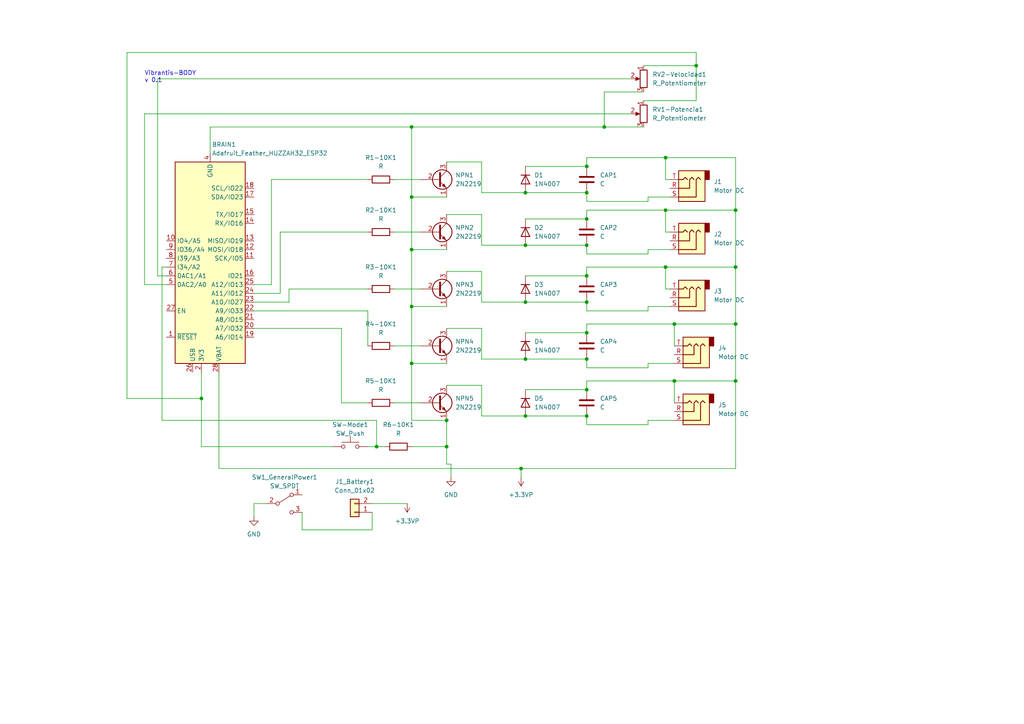
<source format=kicad_sch>
(kicad_sch (version 20211123) (generator eeschema)
  (paper "A4")
  (title_block (title "Vibrantis_BODY V. 0.1") (date "2022-05-12") (rev "0.1"))
  (lib_symbols
    (symbol "Connector:AudioJack3"
      (property "Reference" "J" (at 0 8.89 0))
      (property "Value" "AudioJack3" (at 0 6.35 0))
      (symbol "AudioJack3_0_1"
        (rectangle (start -5.08 -5.08) (end -6.35 -2.54) (stroke (width 0.254)) (fill (type outline)))
        (polyline (pts (xy 0 -2.54) (xy 0.635 -3.175) (xy 1.27 -2.54) (xy 2.54 -2.54)) (stroke (width 0.254)))
        (polyline (pts (xy -1.905 -2.54) (xy -1.27 -3.175) (xy -0.635 -2.54) (xy -0.635 0) (xy 2.54 0)) (stroke (width 0.254)))
        (polyline (pts (xy 2.54 2.54) (xy -2.54 2.54) (xy -2.54 -2.54) (xy -3.175 -3.175) (xy -3.81 -2.54)) (stroke (width 0.254)))
        (rectangle (start 2.54 3.81) (end -5.08 -5.08) (stroke (width 0.254)) (fill (type background)))
      )
      (symbol "AudioJack3_1_1"
        (pin passive line (at 5.08 0 180) (length 2.54) (name "~") (number "R"))
        (pin passive line (at 5.08 2.54 180) (length 2.54) (name "~") (number "S"))
        (pin passive line (at 5.08 -2.54 180) (length 2.54) (name "~") (number "T"))
      )
    )
    (symbol "Connector_Generic:Conn_01x02" (pin_names (offset 1.016) hide)
      (property "Reference" "J" (at 0 2.54 0))
      (property "Value" "Conn_01x02" (at 0 -5.08 0))
      (symbol "Conn_01x02_1_1"
        (rectangle (start -1.27 -2.413) (end 0 -2.667) (stroke (width 0.1524)))
        (rectangle (start -1.27 0.127) (end 0 -0.127) (stroke (width 0.1524)))
        (rectangle (start -1.27 1.27) (end 1.27 -3.81) (stroke (width 0.254)) (fill (type background)))
        (pin passive line (at -5.08 0 0) (length 3.81) (name "Pin_1") (number "1"))
        (pin passive line (at -5.08 -2.54 0) (length 3.81) (name "Pin_2") (number "2"))
      )
    )
    (symbol "Device:C" (pin_numbers hide) (pin_names (offset 0.254))
      (property "Reference" "C" (at 0.635 2.54 0))
      (property "Value" "C" (at 0.635 -2.54 0))
      (symbol "C_0_1"
        (polyline (pts (xy -2.032 -0.762) (xy 2.032 -0.762)) (stroke (width 0.508)))
        (polyline (pts (xy -2.032 0.762) (xy 2.032 0.762)) (stroke (width 0.508)))
      )
      (symbol "C_1_1"
        (pin passive line (at 0 3.81 270) (length 2.794) (name "~") (number "1"))
        (pin passive line (at 0 -3.81 90) (length 2.794) (name "~") (number "2"))
      )
    )
    (symbol "Device:R" (pin_numbers hide) (pin_names (offset 0))
      (property "Reference" "R" (at 2.032 0 90))
      (property "Value" "R" (at 0 0 90))
      (symbol "R_0_1"
        (rectangle (start -1.016 -2.54) (end 1.016 2.54) (stroke (width 0.254)))
      )
      (symbol "R_1_1"
        (pin passive line (at 0 3.81 270) (length 1.27) (name "~") (number "1"))
        (pin passive line (at 0 -3.81 90) (length 1.27) (name "~") (number "2"))
      )
    )
    (symbol "Device:R_Potentiometer" (pin_names (offset 1.016) hide)
      (property "Reference" "RV" (at -4.445 0 90))
      (property "Value" "R_Potentiometer" (at -2.54 0 90))
      (symbol "R_Potentiometer_0_1"
        (polyline (pts (xy 2.54 0) (xy 1.524 0)))
        (polyline (pts (xy 1.143 0) (xy 2.286 0.508) (xy 2.286 -0.508) (xy 1.143 0)) (fill (type outline)))
        (rectangle (start 1.016 2.54) (end -1.016 -2.54) (stroke (width 0.254)))
      )
      (symbol "R_Potentiometer_1_1"
        (pin passive line (at 0 3.81 270) (length 1.27) (name "1") (number "1"))
        (pin passive line (at 3.81 0 180) (length 1.27) (name "2") (number "2"))
        (pin passive line (at 0 -3.81 90) (length 1.27) (name "3") (number "3"))
      )
    )
    (symbol "Diode:1N4007" (pin_numbers hide) (pin_names (offset 1.016) hide)
      (property "Reference" "D" (at 0 2.54 0))
      (property "Value" "1N4007" (at 0 -2.54 0))
      (symbol "1N4007_0_1"
        (polyline (pts (xy -1.27 1.27) (xy -1.27 -1.27)) (stroke (width 0.254)))
        (polyline (pts (xy 1.27 0) (xy -1.27 0)))
        (polyline (pts (xy 1.27 1.27) (xy 1.27 -1.27) (xy -1.27 0) (xy 1.27 1.27)) (stroke (width 0.254)))
      )
      (symbol "1N4007_1_1"
        (pin passive line (at -3.81 0 0) (length 2.54) (name "K") (number "1"))
        (pin passive line (at 3.81 0 180) (length 2.54) (name "A") (number "2"))
      )
    )
    (symbol "MCU_Module:Adafruit_Feather_HUZZAH32_ESP32"
      (property "Reference" "A" (at -10.16 29.21 0))
      (property "Value" "Adafruit_Feather_HUZZAH32_ESP32" (at 2.54 -31.75 0))
      (symbol "Adafruit_Feather_HUZZAH32_ESP32_0_1"
        (rectangle (start -10.16 27.94) (end 10.16 -30.48) (stroke (width 0.254)) (fill (type background)))
      )
      (symbol "Adafruit_Feather_HUZZAH32_ESP32_1_1"
        (pin input line (at 12.7 20.32 180) (length 2.54) (name "~{RESET}") (number "1"))
        (pin bidirectional line (at 12.7 -7.62 180) (length 2.54) (name "IO4/A5") (number "10"))
        (pin bidirectional line (at -12.7 -2.54 0) (length 2.54) (name "SCK/IO5") (number "11"))
        (pin bidirectional line (at -12.7 -5.08 0) (length 2.54) (name "MOSI/IO18") (number "12"))
        (pin bidirectional line (at -12.7 -7.62 0) (length 2.54) (name "MISO/IO19") (number "13"))
        (pin bidirectional line (at -12.7 -12.7 0) (length 2.54) (name "RX/IO16") (number "14"))
        (pin bidirectional line (at -12.7 -15.24 0) (length 2.54) (name "TX/IO17") (number "15"))
        (pin bidirectional line (at -12.7 2.54 0) (length 2.54) (name "IO21") (number "16"))
        (pin bidirectional line (at -12.7 -20.32 0) (length 2.54) (name "SDA/IO23") (number "17"))
        (pin bidirectional line (at -12.7 -22.86 0) (length 2.54) (name "SCL/IO22") (number "18"))
        (pin bidirectional line (at -12.7 20.32 0) (length 2.54) (name "A6/IO14") (number "19"))
        (pin power_in line (at 2.54 30.48 270) (length 2.54) (name "3V3") (number "2"))
        (pin bidirectional line (at -12.7 17.78 0) (length 2.54) (name "A7/IO32") (number "20"))
        (pin bidirectional line (at -12.7 15.24 0) (length 2.54) (name "A8/IO15") (number "21"))
        (pin bidirectional line (at -12.7 12.7 0) (length 2.54) (name "A9/IO33") (number "22"))
        (pin bidirectional line (at -12.7 10.16 0) (length 2.54) (name "A10/IO27") (number "23"))
        (pin bidirectional line (at -12.7 7.62 0) (length 2.54) (name "A11/IO12") (number "24"))
        (pin bidirectional line (at -12.7 5.08 0) (length 2.54) (name "A12/IO13") (number "25"))
        (pin power_in line (at 5.08 30.48 270) (length 2.54) (name "USB") (number "26"))
        (pin input line (at 12.7 12.7 180) (length 2.54) (name "EN") (number "27"))
        (pin power_in line (at -2.54 30.48 270) (length 2.54) (name "VBAT") (number "28"))
        (pin no_connect line (at 10.16 10.16 180) (length 2.54) hide (name "NC") (number "3"))
        (pin power_in line (at 0 -33.02 90) (length 2.54) (name "GND") (number "4"))
        (pin bidirectional line (at 12.7 5.08 180) (length 2.54) (name "DAC2/A0") (number "5"))
        (pin bidirectional line (at 12.7 2.54 180) (length 2.54) (name "DAC1/A1") (number "6"))
        (pin bidirectional line (at 12.7 0 180) (length 2.54) (name "I34/A2") (number "7"))
        (pin bidirectional line (at 12.7 -2.54 180) (length 2.54) (name "I39/A3") (number "8"))
        (pin bidirectional line (at 12.7 -5.08 180) (length 2.54) (name "IO36/A4") (number "9"))
      )
    )
    (symbol "Switch:SW_Push" (pin_numbers hide) (pin_names (offset 1.016) hide)
      (property "Reference" "SW" (at 1.27 2.54 0))
      (property "Value" "SW_Push" (at 0 -1.524 0))
      (symbol "SW_Push_0_1"
        (circle (center -2.032 0) (radius 0.508))
        (polyline (pts (xy 0 1.27) (xy 0 3.048)))
        (polyline (pts (xy 2.54 1.27) (xy -2.54 1.27)))
        (circle (center 2.032 0) (radius 0.508))
        (pin passive line (at -5.08 0 0) (length 2.54) (name "1") (number "1"))
        (pin passive line (at 5.08 0 180) (length 2.54) (name "2") (number "2"))
      )
    )
    (symbol "Switch:SW_SPDT" (pin_names (offset 0) hide)
      (property "Reference" "SW" (at 0 4.318 0))
      (property "Value" "SW_SPDT" (at 0 -5.08 0))
      (symbol "SW_SPDT_0_0"
        (circle (center -2.032 0) (radius 0.508))
        (circle (center 2.032 -2.54) (radius 0.508))
      )
      (symbol "SW_SPDT_0_1"
        (polyline (pts (xy -1.524 0.254) (xy 1.651 2.286)))
        (circle (center 2.032 2.54) (radius 0.508))
      )
      (symbol "SW_SPDT_1_1"
        (pin passive line (at 5.08 2.54 180) (length 2.54) (name "A") (number "1"))
        (pin passive line (at -5.08 0 0) (length 2.54) (name "B") (number "2"))
        (pin passive line (at 5.08 -2.54 180) (length 2.54) (name "C") (number "3"))
      )
    )
    (symbol "Transistor_BJT:2N2219" (pin_names (offset 0) hide)
      (property "Reference" "Q" (at 5.08 1.905 0))
      (property "Value" "2N2219" (at 5.08 0 0))
      (symbol "2N2219_0_1"
        (polyline (pts (xy 0.635 0.635) (xy 2.54 2.54)))
        (polyline (pts (xy 0.635 -0.635) (xy 2.54 -2.54) (xy 2.54 -2.54)))
        (polyline (pts (xy 0.635 1.905) (xy 0.635 -1.905) (xy 0.635 -1.905)) (stroke (width 0.508)))
        (polyline (pts (xy 1.27 -1.778) (xy 1.778 -1.27) (xy 2.286 -2.286) (xy 1.27 -1.778) (xy 1.27 -1.778)) (fill (type outline)))
        (circle (center 1.27 0) (radius 2.8194) (stroke (width 0.254)))
      )
      (symbol "2N2219_1_1"
        (pin passive line (at 2.54 -5.08 90) (length 2.54) (name "E") (number "1"))
        (pin passive line (at -5.08 0 0) (length 5.715) (name "B") (number "2"))
        (pin passive line (at 2.54 5.08 270) (length 2.54) (name "C") (number "3"))
      )
    )
    (symbol "power:+3.3VP" (power) (pin_names (offset 0))
      (property "Value" "+3.3VP" (at 0 2.54 0))
      (symbol "+3.3VP_0_0"
        (pin power_in line (at 0 0 90) (length 0) hide (name "+3.3VP") (number "1"))
      )
      (symbol "+3.3VP_0_1"
        (polyline (pts (xy -0.762 1.27) (xy 0 2.54)))
        (polyline (pts (xy 0 0) (xy 0 2.54)))
        (polyline (pts (xy 0 2.54) (xy 0.762 1.27)))
      )
    )
    (symbol "power:GND" (power) (pin_names (offset 0))
      (property "Value" "GND" (at 0 -3.81 0))
      (symbol "GND_0_1"
        (polyline (pts (xy 0 0) (xy 0 -1.27) (xy 1.27 -1.27) (xy 0 -2.54) (xy -1.27 -1.27) (xy 0 -1.27)))
      )
      (symbol "GND_1_1"
        (pin power_in line (at 0 0 270) (length 0) hide (name "GND") (number "1"))
      )
    )
  )
  (junction (at 170.18 96.52))
  (junction (at 170.18 120.65))
  (junction (at 213.36 77.47))
  (junction (at 195.58 110.49))
  (junction (at 152.4 87.63))
  (junction (at 119.38 57.15))
  (junction (at 193.04 45.72))
  (junction (at 213.36 110.49))
  (junction (at 119.38 36.83))
  (junction (at 152.4 104.14))
  (junction (at 170.18 55.88))
  (junction (at 170.18 104.14))
  (junction (at 170.18 71.12))
  (junction (at 58.42 115.57))
  (junction (at 170.18 87.63))
  (junction (at 195.58 93.98))
  (junction (at 119.38 88.9))
  (junction (at 175.26 36.83))
  (junction (at 170.18 48.26))
  (junction (at 129.54 121.92))
  (junction (at 213.36 60.96))
  (junction (at 213.36 93.98))
  (junction (at 170.18 80.01))
  (junction (at 193.04 77.47))
  (junction (at 109.22 129.54))
  (junction (at 129.54 129.54))
  (junction (at 152.4 71.12))
  (junction (at 170.18 113.03))
  (junction (at 152.4 55.88))
  (junction (at 193.04 60.96))
  (junction (at 151.13 135.89))
  (junction (at 170.18 63.5))
  (junction (at 119.38 105.41))
  (junction (at 152.4 120.65))
  (junction (at 201.93 19.05))
  (junction (at 119.38 72.39))
  (wire (pts (xy 63.5 107.95) (xy 63.5 135.89)))
  (wire (pts (xy 119.38 36.83) (xy 60.96 36.83)))
  (wire (pts (xy 129.54 88.9) (xy 119.38 88.9)))
  (wire (pts (xy 139.7 55.88) (xy 152.4 55.88)))
  (wire (pts (xy 187.96 90.17) (xy 170.18 90.17)))
  (wire (pts (xy 170.18 123.19) (xy 170.18 120.65)))
  (wire (pts (xy 73.66 146.05) (xy 73.66 149.86)))
  (wire (pts (xy 36.83 15.24) (xy 201.93 15.24)))
  (wire (pts (xy 87.63 148.59) (xy 87.63 153.67)))
  (wire (pts (xy 114.3 100.33) (xy 121.92 100.33)))
  (wire (pts (xy 194.31 72.39) (xy 187.96 72.39)))
  (wire (pts (xy 81.28 85.09) (xy 73.66 85.09)))
  (wire (pts (xy 139.7 111.76) (xy 139.7 120.65)))
  (wire (pts (xy 36.83 15.24) (xy 36.83 115.57)))
  (wire (pts (xy 175.26 36.83) (xy 119.38 36.83)))
  (wire (pts (xy 139.7 104.14) (xy 152.4 104.14)))
  (wire (pts (xy 139.7 78.74) (xy 139.7 87.63)))
  (wire (pts (xy 129.54 121.92) (xy 119.38 121.92)))
  (wire (pts (xy 193.04 83.82) (xy 193.04 77.47)))
  (wire (pts (xy 193.04 77.47) (xy 213.36 77.47)))
  (wire (pts (xy 130.81 138.43) (xy 130.81 134.62)))
  (wire (pts (xy 114.3 116.84) (xy 121.92 116.84)))
  (wire (pts (xy 170.18 77.47) (xy 193.04 77.47)))
  (wire (pts (xy 187.96 73.66) (xy 170.18 73.66)))
  (wire (pts (xy 109.22 129.54) (xy 111.76 129.54)))
  (wire (pts (xy 129.54 46.99) (xy 139.7 46.99)))
  (wire (pts (xy 213.36 60.96) (xy 193.04 60.96)))
  (wire (pts (xy 194.31 57.15) (xy 187.96 57.15)))
  (wire (pts (xy 83.82 83.82) (xy 83.82 87.63)))
  (wire (pts (xy 170.18 58.42) (xy 170.18 55.88)))
  (wire (pts (xy 45.72 80.01) (xy 48.26 80.01)))
  (wire (pts (xy 194.31 88.9) (xy 187.96 88.9)))
  (wire (pts (xy 187.96 121.92) (xy 187.96 123.19)))
  (wire (pts (xy 194.31 52.07) (xy 193.04 52.07)))
  (wire (pts (xy 99.06 116.84) (xy 99.06 95.25)))
  (wire (pts (xy 170.18 45.72) (xy 193.04 45.72)))
  (wire (pts (xy 107.95 153.67) (xy 107.95 148.59)))
  (wire (pts (xy 170.18 110.49) (xy 170.18 113.03)))
  (wire (pts (xy 170.18 73.66) (xy 170.18 71.12)))
  (wire (pts (xy 78.74 52.07) (xy 78.74 82.55)))
  (wire (pts (xy 58.42 129.54) (xy 58.42 115.57)))
  (wire (pts (xy 170.18 60.96) (xy 193.04 60.96)))
  (wire (pts (xy 186.69 36.83) (xy 175.26 36.83)))
  (wire (pts (xy 114.3 83.82) (xy 121.92 83.82)))
  (wire (pts (xy 114.3 52.07) (xy 121.92 52.07)))
  (wire (pts (xy 195.58 110.49) (xy 213.36 110.49)))
  (wire (pts (xy 129.54 134.62) (xy 129.54 129.54)))
  (wire (pts (xy 170.18 106.68) (xy 170.18 104.14)))
  (wire (pts (xy 41.91 82.55) (xy 48.26 82.55)))
  (wire (pts (xy 139.7 46.99) (xy 139.7 55.88)))
  (wire (pts (xy 58.42 107.95) (xy 58.42 115.57)))
  (wire (pts (xy 201.93 19.05) (xy 201.93 29.21)))
  (wire (pts (xy 114.3 67.31) (xy 121.92 67.31)))
  (wire (pts (xy 99.06 95.25) (xy 73.66 95.25)))
  (wire (pts (xy 46.99 77.47) (xy 46.99 121.92)))
  (wire (pts (xy 213.36 110.49) (xy 213.36 135.89)))
  (wire (pts (xy 170.18 90.17) (xy 170.18 87.63)))
  (wire (pts (xy 195.58 105.41) (xy 187.96 105.41)))
  (wire (pts (xy 83.82 87.63) (xy 73.66 87.63)))
  (wire (pts (xy 139.7 71.12) (xy 152.4 71.12)))
  (wire (pts (xy 106.68 100.33) (xy 106.68 90.17)))
  (wire (pts (xy 87.63 153.67) (xy 107.95 153.67)))
  (wire (pts (xy 60.96 36.83) (xy 60.96 44.45)))
  (wire (pts (xy 187.96 123.19) (xy 170.18 123.19)))
  (wire (pts (xy 213.36 77.47) (xy 213.36 93.98)))
  (wire (pts (xy 186.69 19.05) (xy 201.93 19.05)))
  (wire (pts (xy 201.93 15.24) (xy 201.93 19.05)))
  (wire (pts (xy 186.69 26.67) (xy 175.26 26.67)))
  (wire (pts (xy 170.18 77.47) (xy 170.18 80.01)))
  (wire (pts (xy 48.26 77.47) (xy 46.99 77.47)))
  (wire (pts (xy 152.4 87.63) (xy 170.18 87.63)))
  (wire (pts (xy 96.52 129.54) (xy 58.42 129.54)))
  (wire (pts (xy 170.18 93.98) (xy 170.18 96.52)))
  (wire (pts (xy 187.96 57.15) (xy 187.96 58.42)))
  (wire (pts (xy 195.58 121.92) (xy 187.96 121.92)))
  (wire (pts (xy 107.95 146.05) (xy 118.11 146.05)))
  (wire (pts (xy 106.68 83.82) (xy 83.82 83.82)))
  (wire (pts (xy 213.36 45.72) (xy 193.04 45.72)))
  (wire (pts (xy 152.4 55.88) (xy 170.18 55.88)))
  (wire (pts (xy 170.18 45.72) (xy 170.18 48.26)))
  (wire (pts (xy 129.54 62.23) (xy 139.7 62.23)))
  (wire (pts (xy 139.7 87.63) (xy 152.4 87.63)))
  (wire (pts (xy 106.68 116.84) (xy 99.06 116.84)))
  (wire (pts (xy 170.18 60.96) (xy 170.18 63.5)))
  (wire (pts (xy 129.54 72.39) (xy 119.38 72.39)))
  (wire (pts (xy 41.91 33.02) (xy 182.88 33.02)))
  (wire (pts (xy 119.38 105.41) (xy 119.38 121.92)))
  (wire (pts (xy 129.54 95.25) (xy 139.7 95.25)))
  (wire (pts (xy 129.54 111.76) (xy 139.7 111.76)))
  (wire (pts (xy 187.96 105.41) (xy 187.96 106.68)))
  (wire (pts (xy 175.26 26.67) (xy 175.26 36.83)))
  (wire (pts (xy 193.04 67.31) (xy 193.04 60.96)))
  (wire (pts (xy 119.38 72.39) (xy 119.38 57.15)))
  (wire (pts (xy 195.58 93.98) (xy 213.36 93.98)))
  (wire (pts (xy 187.96 106.68) (xy 170.18 106.68)))
  (wire (pts (xy 129.54 78.74) (xy 139.7 78.74)))
  (wire (pts (xy 152.4 48.26) (xy 170.18 48.26)))
  (wire (pts (xy 170.18 80.01) (xy 152.4 80.01)))
  (wire (pts (xy 195.58 93.98) (xy 195.58 100.33)))
  (wire (pts (xy 152.4 120.65) (xy 170.18 120.65)))
  (wire (pts (xy 119.38 88.9) (xy 119.38 105.41)))
  (wire (pts (xy 129.54 57.15) (xy 119.38 57.15)))
  (wire (pts (xy 139.7 120.65) (xy 152.4 120.65)))
  (wire (pts (xy 106.68 90.17) (xy 73.66 90.17)))
  (wire (pts (xy 170.18 93.98) (xy 195.58 93.98)))
  (wire (pts (xy 129.54 129.54) (xy 129.54 121.92)))
  (wire (pts (xy 63.5 135.89) (xy 151.13 135.89)))
  (wire (pts (xy 41.91 33.02) (xy 41.91 82.55)))
  (wire (pts (xy 213.36 60.96) (xy 213.36 77.47)))
  (wire (pts (xy 187.96 58.42) (xy 170.18 58.42)))
  (wire (pts (xy 78.74 82.55) (xy 73.66 82.55)))
  (wire (pts (xy 193.04 52.07) (xy 193.04 45.72)))
  (wire (pts (xy 194.31 67.31) (xy 193.04 67.31)))
  (wire (pts (xy 187.96 88.9) (xy 187.96 90.17)))
  (wire (pts (xy 139.7 62.23) (xy 139.7 71.12)))
  (wire (pts (xy 46.99 121.92) (xy 109.22 121.92)))
  (wire (pts (xy 151.13 135.89) (xy 151.13 138.43)))
  (wire (pts (xy 81.28 67.31) (xy 81.28 85.09)))
  (wire (pts (xy 182.88 22.86) (xy 45.72 22.86)))
  (wire (pts (xy 170.18 113.03) (xy 152.4 113.03)))
  (wire (pts (xy 170.18 110.49) (xy 195.58 110.49)))
  (wire (pts (xy 45.72 22.86) (xy 45.72 80.01)))
  (wire (pts (xy 187.96 72.39) (xy 187.96 73.66)))
  (wire (pts (xy 139.7 95.25) (xy 139.7 104.14)))
  (wire (pts (xy 129.54 134.62) (xy 130.81 134.62)))
  (wire (pts (xy 170.18 63.5) (xy 152.4 63.5)))
  (wire (pts (xy 129.54 105.41) (xy 119.38 105.41)))
  (wire (pts (xy 106.68 67.31) (xy 81.28 67.31)))
  (wire (pts (xy 186.69 29.21) (xy 201.93 29.21)))
  (wire (pts (xy 194.31 83.82) (xy 193.04 83.82)))
  (wire (pts (xy 58.42 115.57) (xy 36.83 115.57)))
  (wire (pts (xy 195.58 116.84) (xy 195.58 110.49)))
  (wire (pts (xy 109.22 121.92) (xy 109.22 129.54)))
  (wire (pts (xy 152.4 104.14) (xy 170.18 104.14)))
  (wire (pts (xy 77.47 146.05) (xy 73.66 146.05)))
  (wire (pts (xy 106.68 52.07) (xy 78.74 52.07)))
  (wire (pts (xy 213.36 45.72) (xy 213.36 60.96)))
  (wire (pts (xy 170.18 96.52) (xy 152.4 96.52)))
  (wire (pts (xy 106.68 129.54) (xy 109.22 129.54)))
  (wire (pts (xy 119.38 36.83) (xy 119.38 57.15)))
  (wire (pts (xy 213.36 93.98) (xy 213.36 110.49)))
  (wire (pts (xy 151.13 135.89) (xy 213.36 135.89)))
  (wire (pts (xy 119.38 72.39) (xy 119.38 88.9)))
  (wire (pts (xy 119.38 129.54) (xy 129.54 129.54)))
  (wire (pts (xy 152.4 71.12) (xy 170.18 71.12)))
  (text "Vibrantis-BODY\nv 0.1" (at 41.91 24.13 0) (effects (font (size 1.27 1.27)) (justify left bottom)))
  (symbol (lib_id "Transistor_BJT:2N2219") (at 127 83.82 0) (unit 1)
    (property "Reference" "NPN3" (at 132.08 82.5499 0) (effects (justify left)))
    (property "Value" "2N2219" (at 132.08 85.0899 0) (effects (justify left)))
    (property "Footprint" "Package_TO_SOT_THT:TO-18-3" (effects hide))
    (property "Datasheet" "http://www.onsemi.com/pub_link/Collateral/2N2219-D.PDF" (effects hide))
  )
  (symbol (lib_id "Diode:1N4007") (at 152.4 100.33 270) (unit 1)
    (property "Reference" "D4" (at 154.94 99.0599 90) (effects (justify left)))
    (property "Value" "1N4007" (at 154.94 101.5999 90) (effects (justify left)))
    (property "Footprint" "Diode_THT:D_DO-41_SOD81_P7.62mm_Horizontal" (effects hide))
    (property "Datasheet" "http://www.vishay.com/docs/88503/1n4001.pdf" (effects hide))
  )
  (symbol (lib_id "power:+3.3VP") (at 118.11 146.05 180) (unit 1)
    (property "Reference" "#PWR0103" (effects hide))
    (property "Value" "+3.3VP" (at 118.11 151.13 0))
  )
  (symbol (lib_id "Transistor_BJT:2N2219") (at 127 116.84 0) (unit 1)
    (property "Reference" "NPN5" (at 132.08 115.5699 0) (effects (justify left)))
    (property "Value" "2N2219" (at 132.08 118.1099 0) (effects (justify left)))
    (property "Footprint" "Package_TO_SOT_THT:TO-18-3" (effects hide))
    (property "Datasheet" "http://www.onsemi.com/pub_link/Collateral/2N2219-D.PDF" (effects hide))
  )
  (symbol (lib_id "Device:R") (at 110.49 83.82 90) (unit 1)
    (property "Reference" "R3-10K1" (at 110.49 77.47 90))
    (property "Value" "R" (at 110.49 80.01 90))
    (property "Footprint" "Resistor_THT:R_Axial_DIN0207_L6.3mm_D2.5mm_P7.62mm_Horizontal" (effects hide))
  )
  (symbol (lib_id "Connector:AudioJack3") (at 200.66 119.38 180) (unit 1)
    (property "Reference" "J5" (at 208.28 117.4749 0) (effects (justify right)))
    (property "Value" "Motor DC" (at 208.28 120.0149 0) (effects (justify right)))
    (property "Footprint" "Connector_Audio:Jack_3.5mm_Switronic_ST-005-G_horizontal" (effects hide))
  )
  (symbol (lib_id "power:GND") (at 73.66 149.86 0) (unit 1)
    (property "Reference" "#PWR0104" (effects hide))
    (property "Value" "GND" (at 73.66 154.94 0))
  )
  (symbol (lib_id "Device:C") (at 170.18 116.84 0) (unit 1)
    (property "Reference" "CAP5" (at 173.99 115.5699 0) (effects (justify left)))
    (property "Value" "C" (at 173.99 118.1099 0) (effects (justify left)))
    (property "Footprint" "Capacitor_THT:C_Axial_L5.1mm_D3.1mm_P7.50mm_Horizontal" (effects hide))
  )
  (symbol (lib_id "Device:R") (at 110.49 116.84 90) (unit 1)
    (property "Reference" "R5-10K1" (at 110.49 110.49 90))
    (property "Value" "R" (at 110.49 113.03 90))
    (property "Footprint" "Resistor_THT:R_Axial_DIN0207_L6.3mm_D2.5mm_P7.62mm_Horizontal" (effects hide))
  )
  (symbol (lib_id "Transistor_BJT:2N2219") (at 127 52.07 0) (unit 1)
    (property "Reference" "NPN1" (at 132.08 50.7999 0) (effects (justify left)))
    (property "Value" "2N2219" (at 132.08 53.3399 0) (effects (justify left)))
    (property "Footprint" "Package_TO_SOT_THT:TO-18-3" (effects hide))
    (property "Datasheet" "http://www.onsemi.com/pub_link/Collateral/2N2219-D.PDF" (effects hide))
  )
  (symbol (lib_id "Transistor_BJT:2N2219") (at 127 67.31 0) (unit 1)
    (property "Reference" "NPN2" (at 132.08 66.0399 0) (effects (justify left)))
    (property "Value" "2N2219" (at 132.08 68.5799 0) (effects (justify left)))
    (property "Footprint" "Package_TO_SOT_THT:TO-18-3" (effects hide))
    (property "Datasheet" "http://www.onsemi.com/pub_link/Collateral/2N2219-D.PDF" (effects hide))
  )
  (symbol (lib_id "Device:C") (at 170.18 67.31 0) (unit 1)
    (property "Reference" "CAP2" (at 173.99 66.0399 0) (effects (justify left)))
    (property "Value" "C" (at 173.99 68.5799 0) (effects (justify left)))
    (property "Footprint" "Capacitor_THT:C_Axial_L5.1mm_D3.1mm_P7.50mm_Horizontal" (effects hide))
  )
  (symbol (lib_id "Transistor_BJT:2N2219") (at 127 100.33 0) (unit 1)
    (property "Reference" "NPN4" (at 132.08 99.0599 0) (effects (justify left)))
    (property "Value" "2N2219" (at 132.08 101.5999 0) (effects (justify left)))
    (property "Footprint" "Package_TO_SOT_THT:TO-18-3" (effects hide))
    (property "Datasheet" "http://www.onsemi.com/pub_link/Collateral/2N2219-D.PDF" (effects hide))
  )
  (symbol (lib_id "Device:R") (at 110.49 67.31 90) (unit 1)
    (property "Reference" "R2-10K1" (at 110.49 60.96 90))
    (property "Value" "R" (at 110.49 63.5 90))
    (property "Footprint" "Resistor_THT:R_Axial_DIN0207_L6.3mm_D2.5mm_P7.62mm_Horizontal" (effects hide))
  )
  (symbol (lib_id "Device:C") (at 170.18 83.82 0) (unit 1)
    (property "Reference" "CAP3" (at 173.99 82.5499 0) (effects (justify left)))
    (property "Value" "C" (at 173.99 85.0899 0) (effects (justify left)))
    (property "Footprint" "Capacitor_THT:C_Axial_L5.1mm_D3.1mm_P7.50mm_Horizontal" (effects hide))
  )
  (symbol (lib_id "Device:R") (at 110.49 52.07 90) (unit 1)
    (property "Reference" "R1-10K1" (at 110.49 45.72 90))
    (property "Value" "R" (at 110.49 48.26 90))
    (property "Footprint" "Resistor_THT:R_Axial_DIN0207_L6.3mm_D2.5mm_P7.62mm_Horizontal" (effects hide))
  )
  (symbol (lib_id "Connector:AudioJack3") (at 199.39 54.61 180) (unit 1)
    (property "Reference" "J1" (at 207.01 52.7049 0) (effects (justify right)))
    (property "Value" "Motor DC" (at 207.01 55.2449 0) (effects (justify right)))
    (property "Footprint" "Connector_Audio:Jack_3.5mm_Switronic_ST-005-G_horizontal" (effects hide))
  )
  (symbol (lib_id "Diode:1N4007") (at 152.4 83.82 270) (unit 1)
    (property "Reference" "D3" (at 154.94 82.5499 90) (effects (justify left)))
    (property "Value" "1N4007" (at 154.94 85.0899 90) (effects (justify left)))
    (property "Footprint" "Diode_THT:D_DO-41_SOD81_P7.62mm_Horizontal" (effects hide))
    (property "Datasheet" "http://www.vishay.com/docs/88503/1n4001.pdf" (effects hide))
  )
  (symbol (lib_id "Device:R") (at 110.49 100.33 90) (unit 1)
    (property "Reference" "R4-10K1" (at 110.49 93.98 90))
    (property "Value" "R" (at 110.49 96.52 90))
    (property "Footprint" "Resistor_THT:R_Axial_DIN0207_L6.3mm_D2.5mm_P7.62mm_Horizontal" (effects hide))
  )
  (symbol (lib_id "power:+3.3VP") (at 151.13 138.43 180) (unit 1)
    (property "Reference" "#PWR0102" (effects hide))
    (property "Value" "+3.3VP" (at 151.13 143.51 0))
  )
  (symbol (lib_id "Device:R") (at 115.57 129.54 90) (unit 1)
    (property "Reference" "R6-10K1" (at 115.57 123.19 90))
    (property "Value" "R" (at 115.57 125.73 90))
    (property "Footprint" "Resistor_THT:R_Axial_DIN0207_L6.3mm_D2.5mm_P7.62mm_Horizontal" (effects hide))
  )
  (symbol (lib_id "Diode:1N4007") (at 152.4 52.07 270) (unit 1)
    (property "Reference" "D1" (at 154.94 50.7999 90) (effects (justify left)))
    (property "Value" "1N4007" (at 154.94 53.3399 90) (effects (justify left)))
    (property "Footprint" "Diode_THT:D_DO-41_SOD81_P7.62mm_Horizontal" (effects hide))
    (property "Datasheet" "http://www.vishay.com/docs/88503/1n4001.pdf" (effects hide))
  )
  (symbol (lib_id "Connector_Generic:Conn_01x02") (at 102.87 148.59 180) (unit 1)
    (property "Reference" "J1_Battery1" (at 102.87 139.7 0))
    (property "Value" "Conn_01x02" (at 102.87 142.24 0))
    (property "Footprint" "Connector_PinHeader_2.54mm:PinHeader_1x02_P2.54mm_Vertical" (effects hide))
  )
  (symbol (lib_id "Connector:AudioJack3") (at 199.39 86.36 180) (unit 1)
    (property "Reference" "J3" (at 207.01 84.4549 0) (effects (justify right)))
    (property "Value" "Motor DC" (at 207.01 86.9949 0) (effects (justify right)))
    (property "Footprint" "Connector_Audio:Jack_3.5mm_Switronic_ST-005-G_horizontal" (effects hide))
  )
  (symbol (lib_id "Device:R_Potentiometer") (at 186.69 33.02 0) (mirror y) (unit 1)
    (property "Reference" "RV1-Potencia1" (at 189.23 31.7499 0) (effects (justify right)))
    (property "Value" "R_Potentiometer" (at 189.23 34.2899 0) (effects (justify right)))
    (property "Footprint" "Potentiometer_THT:Potentiometer_ACP_CA9-V10_Vertical" (effects hide))
  )
  (symbol (lib_id "Device:C") (at 170.18 100.33 0) (unit 1)
    (property "Reference" "CAP4" (at 173.99 99.0599 0) (effects (justify left)))
    (property "Value" "C" (at 173.99 101.5999 0) (effects (justify left)))
    (property "Footprint" "Capacitor_THT:C_Axial_L5.1mm_D3.1mm_P7.50mm_Horizontal" (effects hide))
  )
  (symbol (lib_id "Connector:AudioJack3") (at 199.39 69.85 180) (unit 1)
    (property "Reference" "J2" (at 207.01 67.9449 0) (effects (justify right)))
    (property "Value" "Motor DC" (at 207.01 70.4849 0) (effects (justify right)))
    (property "Footprint" "Connector_Audio:Jack_3.5mm_Switronic_ST-005-G_horizontal" (effects hide))
  )
  (symbol (lib_id "Device:C") (at 170.18 52.07 0) (unit 1)
    (property "Reference" "CAP1" (at 173.99 50.7999 0) (effects (justify left)))
    (property "Value" "C" (at 173.99 53.3399 0) (effects (justify left)))
    (property "Footprint" "Capacitor_THT:C_Axial_L5.1mm_D3.1mm_P7.50mm_Horizontal" (effects hide))
  )
  (symbol (lib_id "Device:R_Potentiometer") (at 186.69 22.86 0) (mirror y) (unit 1)
    (property "Reference" "RV2-Velocidad1" (at 189.23 21.5899 0) (effects (justify right)))
    (property "Value" "R_Potentiometer" (at 189.23 24.1299 0) (effects (justify right)))
    (property "Footprint" "Potentiometer_THT:Potentiometer_ACP_CA9-V10_Vertical" (effects hide))
  )
  (symbol (lib_id "power:GND") (at 130.81 138.43 0) (unit 1)
    (property "Reference" "#PWR0101" (effects hide))
    (property "Value" "GND" (at 130.81 143.51 0))
  )
  (symbol (lib_id "MCU_Module:Adafruit_Feather_HUZZAH32_ESP32") (at 60.96 77.47 180) (unit 1)
    (property "Reference" "BRAIN1" (at 61.4806 41.91 0) (effects (justify right)))
    (property "Value" "Adafruit_Feather_HUZZAH32_ESP32" (at 61.4806 44.45 0) (effects (justify right)))
    (property "Footprint" "Module:Adafruit_Feather" (effects hide))
    (property "Datasheet" "https://cdn-learn.adafruit.com/downloads/pdf/adafruit-huzzah32-esp32-feather.pdf" (effects hide))
  )
  (symbol (lib_id "Switch:SW_Push") (at 101.6 129.54 0) (unit 1)
    (property "Reference" "SW-Mode1" (at 101.6 123.19 0))
    (property "Value" "SW_Push" (at 101.6 125.73 0))
    (property "Footprint" "Connector_PinHeader_2.54mm:PinHeader_2x01_P2.54mm_Vertical" (effects hide))
  )
  (symbol (lib_id "Switch:SW_SPDT") (at 82.55 146.05 0) (unit 1)
    (property "Reference" "SW1_GeneralPower1" (at 82.55 138.43 0))
    (property "Value" "SW_SPDT" (at 82.55 140.97 0))
    (property "Footprint" "Connector_PinHeader_2.54mm:PinHeader_1x03_P2.54mm_Vertical" (effects hide))
  )
  (symbol (lib_id "Diode:1N4007") (at 152.4 67.31 270) (unit 1)
    (property "Reference" "D2" (at 154.94 66.0399 90) (effects (justify left)))
    (property "Value" "1N4007" (at 154.94 68.5799 90) (effects (justify left)))
    (property "Footprint" "Diode_THT:D_DO-41_SOD81_P7.62mm_Horizontal" (effects hide))
    (property "Datasheet" "http://www.vishay.com/docs/88503/1n4001.pdf" (effects hide))
  )
  (symbol (lib_id "Connector:AudioJack3") (at 200.66 102.87 180) (unit 1)
    (property "Reference" "J4" (at 208.28 100.9649 0) (effects (justify right)))
    (property "Value" "Motor DC" (at 208.28 103.5049 0) (effects (justify right)))
    (property "Footprint" "Connector_Audio:Jack_3.5mm_Switronic_ST-005-G_horizontal" (effects hide))
  )
  (symbol (lib_id "Diode:1N4007") (at 152.4 116.84 270) (unit 1)
    (property "Reference" "D5" (at 154.94 115.5699 90) (effects (justify left)))
    (property "Value" "1N4007" (at 154.94 118.1099 90) (effects (justify left)))
    (property "Footprint" "Diode_THT:D_DO-41_SOD81_P7.62mm_Horizontal" (effects hide))
    (property "Datasheet" "http://www.vishay.com/docs/88503/1n4001.pdf" (effects hide))
  )
)
</source>
